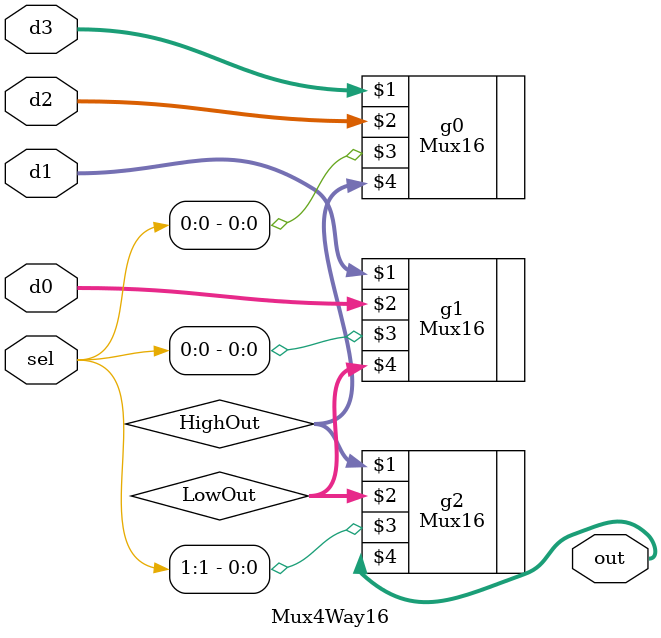
<source format=v>
`include "../01/DMux8Way.v"

module Mux4Way16(d3,d2,d1,d0,sel,out);
    input[15:0] d3,d2,d1,d0;
    input[1:0] sel;
    output[15:0] out;
    wire[15:0] HighOut,LowOut;
    Mux16 g0(d3,d2,sel[0],HighOut);
    Mux16 g1(d1,d0,sel[0],LowOut);
    Mux16 g2(HighOut,LowOut,sel[1],out);
endmodule
</source>
